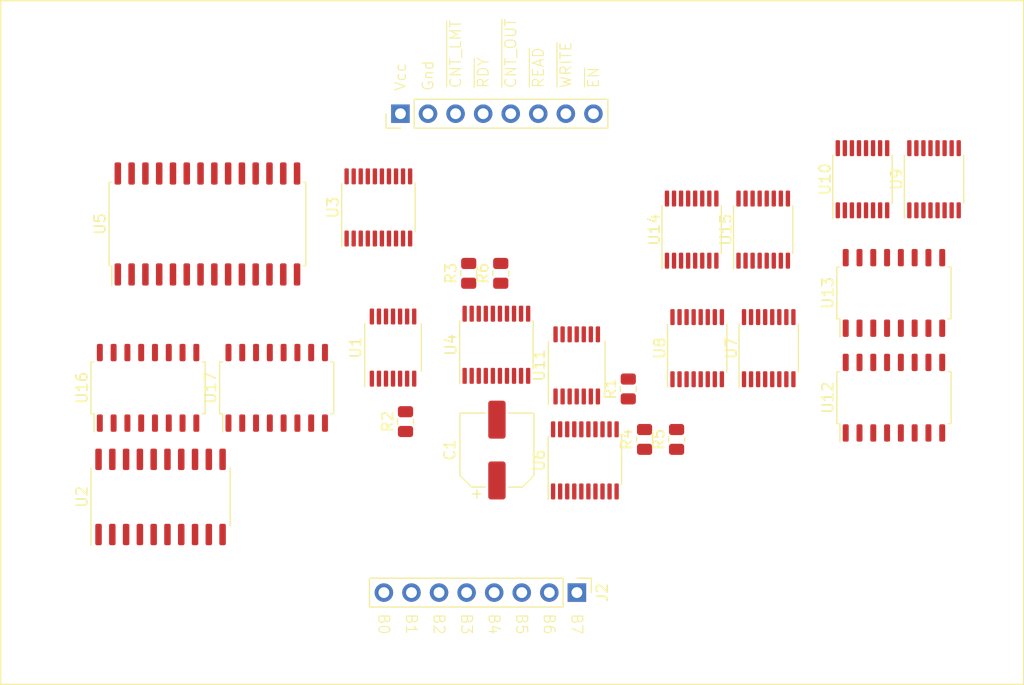
<source format=kicad_pcb>
(kicad_pcb (version 20211014) (generator pcbnew)
  (layers (0 "F.Cu" signal) (31 "B.Cu" signal) (34 "B.Paste" user) (35 "F.Paste" user) (36 "B.SilkS" user "B.Silkscreen") (37 "F.SilkS" user "F.Silkscreen") (38 "B.Mask" user) (39 "F.Mask" user) (44 "Edge.Cuts" user))
  (net 0 "")
  (net 1 "VCC")
  (net 2 "GND")
  (net 3 "Net-(U1-Pad12)")
  (net 4 "Net-(U1-Pad10)")
  (net 5 "Net-(U1-Pad8)")
  (net 6 "Net-(U1-Pad6)")
  (net 7 "Net-(U1-Pad4)")
  (net 8 "Net-(U1-Pad2)")
  (net 14 "Net-(U11-Pad6)")
  (net 15 "Net-(U11-Pad4)")
  (net 16 "Net-(U11-Pad2)")
  (net 17 "Net-(U12-Pad9)")
  (net 18 "WRITE_ADDR_5")
  (net 19 "WRITE_ADDR_4")
  (net 20 "WRITE_ADDR_3")
  (net 21 "WRITE_ADDR_2")
  (net 22 "WRITE_ADDR_1")
  (net 23 "WRITE_ADDR_0")
  (net 24 "READ_ADDR_3")
  (net 25 "READ_ADDR_2")
  (net 26 "READ_ADDR_0")
  (net 27 "READ_ADDR_1")
  (net 28 "READ_ADDR_7")
  (net 29 "READ_ADDR_6")
  (net 30 "READ_ADDR_4")
  (net 31 "READ_ADDR_5")
  (net 32 "WRITE_ADDR_7")
  (net 33 "WRITE_ADDR_6")
  (net 35 "~{WRITE_DATA}")
  (net 36 "~{BUFFER_EN}")
  (net 37 "~{READ_DATA}")
  (net 39 "~{STATUS_COUNT_ASSERT}")
  (net 40 "BUS0")
  (net 41 "BUS1")
  (net 42 "BUS2")
  (net 43 "BUS3")
  (net 44 "BUS4")
  (net 45 "BUS5")
  (net 46 "BUS6")
  (net 47 "BUS7")
  (net 48 "COUNT_7")
  (net 49 "COUNT_6")
  (net 50 "COUNT_5")
  (net 51 "COUNT_4")
  (net 52 "COUNT_3")
  (net 53 "COUNT_2")
  (net 54 "COUNT_1")
  (net 55 "COUNT_0")
  (net 56 "IO7")
  (net 57 "IO6")
  (net 58 "IO5")
  (net 59 "IO4")
  (net 60 "IO3")
  (net 61 "IO2")
  (net 62 "IO1")
  (net 63 "IO0")
  (net 64 "~{BUFFER_SET_COUNT}")
  (net 65 "RAM_ADDR_0")
  (net 66 "RAM_ADDR_1")
  (net 67 "RAM_ADDR_2")
  (net 68 "RAM_ADDR_3")
  (net 69 "RAM_ADDR_4")
  (net 70 "RAM_ADDR_5")
  (net 71 "RAM_ADDR_6")
  (net 72 "RAM_ADDR_7")
  (net 73 "/Read Counter/~{LOAD}")
  (net 74 "/8 Bit Comparator/B7")
  (net 75 "/8 Bit Comparator/B6")
  (net 76 "/8 Bit Comparator/B5")
  (net 77 "/8 Bit Comparator/B4")
  (net 78 "/8 Bit Comparator/B3")
  (net 79 "/8 Bit Comparator/B2")
  (net 80 "/8 Bit Comparator/B1")
  (net 81 "/8 Bit Comparator/B0")
  (net 82 "~{DATA_READY}")
  (net 83 "/8 Bit Comparator/DATA_READY")
  (net 84 "Net-(U16-Pad2)")
  (net 85 "Net-(U16-Pad5)")
  (net 86 "Net-(U16-Pad6)")
  (net 87 "Net-(U16-Pad7)")
  (net 90 "Net-(U7-Pad15)")
  (net 92 "Net-(U10-Pad10)")
  (footprint "Package_SO:TSSOP-20_4.4x6.5mm_P0.65mm" (layer "F.Cu") (at 153.112 95.71 90)
    (fp_text reference "U4" (at 0 -4.2 90) (layer "F.SilkS"))
    (fp_text value "74HC245")
    (pad "1" smd roundrect locked (at -2.8625 -2.925 90) (size 1.475 0.4) (layers "F.Cu" "F.Paste" "F.Mask") (net 1 "VCC"))
    (pad "2" smd roundrect locked (at -2.8625 -2.275 90) (size 1.475 0.4) (layers "F.Cu" "F.Paste" "F.Mask") (net 63 "IO0"))
    (pad "3" smd roundrect locked (at -2.8625 -1.625 90) (size 1.475 0.4) (layers "F.Cu" "F.Paste" "F.Mask") (net 62 "IO1"))
    (pad "4" smd roundrect locked (at -2.8625 -0.975 90) (size 1.475 0.4) (layers "F.Cu" "F.Paste" "F.Mask") (net 61 "IO2"))
    (pad "5" smd roundrect locked (at -2.8625 -0.325 90) (size 1.475 0.4) (layers "F.Cu" "F.Paste" "F.Mask") (net 60 "IO3"))
    (pad "6" smd roundrect locked (at -2.8625 0.325 90) (size 1.475 0.4) (layers "F.Cu" "F.Paste" "F.Mask") (net 59 "IO4"))
    (pad "7" smd roundrect locked (at -2.8625 0.975 90) (size 1.475 0.4) (layers "F.Cu" "F.Paste" "F.Mask") (net 58 "IO5"))
    (pad "8" smd roundrect locked (at -2.8625 1.625 90) (size 1.475 0.4) (layers "F.Cu" "F.Paste" "F.Mask") (net 57 "IO6"))
    (pad "9" smd roundrect locked (at -2.8625 2.275 90) (size 1.475 0.4) (layers "F.Cu" "F.Paste" "F.Mask") (net 56 "IO7"))
    (pad "10" smd roundrect locked (at -2.8625 2.925 90) (size 1.475 0.4) (layers "F.Cu" "F.Paste" "F.Mask") (net 2 "GND"))
    (pad "11" smd roundrect locked (at 2.8625 2.925 90) (size 1.475 0.4) (layers "F.Cu" "F.Paste" "F.Mask") (net 47 "BUS7"))
    (pad "12" smd roundrect locked (at 2.8625 2.275 90) (size 1.475 0.4) (layers "F.Cu" "F.Paste" "F.Mask") (net 46 "BUS6"))
    (pad "13" smd roundrect locked (at 2.8625 1.625 90) (size 1.475 0.4) (layers "F.Cu" "F.Paste" "F.Mask") (net 45 "BUS5"))
    (pad "14" smd roundrect locked (at 2.8625 0.975 90) (size 1.475 0.4) (layers "F.Cu" "F.Paste" "F.Mask") (net 44 "BUS4"))
    (pad "15" smd roundrect locked (at 2.8625 0.325 90) (size 1.475 0.4) (layers "F.Cu" "F.Paste" "F.Mask") (net 43 "BUS3"))
    (pad "16" smd roundrect locked (at 2.8625 -0.325 90) (size 1.475 0.4) (layers "F.Cu" "F.Paste" "F.Mask") (net 42 "BUS2"))
    (pad "17" smd roundrect locked (at 2.8625 -0.975 90) (size 1.475 0.4) (layers "F.Cu" "F.Paste" "F.Mask") (net 41 "BUS1"))
    (pad "18" smd roundrect locked (at 2.8625 -1.625 90) (size 1.475 0.4) (layers "F.Cu" "F.Paste" "F.Mask") (net 40 "BUS0"))
    (pad "19" smd roundrect locked (at 2.8625 -2.275 90) (size 1.475 0.4) (layers "F.Cu" "F.Paste" "F.Mask") (net 35 "~{WRITE_DATA}"))
    (pad "20" smd roundrect locked (at 2.8625 -2.925 90) (size 1.475 0.4) (layers "F.Cu" "F.Paste" "F.Mask") (net 1 "VCC"))
  )
  (footprint "Package_SO:TSSOP-14_4.4x5mm_P0.65mm" (layer "F.Cu") (at 143.59 95.968 90)
    (fp_text reference "U1" (at 0 -3.45 90) (layer "F.SilkS"))
    (fp_text value "74LS04")
    (pad "1" smd roundrect locked (at -2.8625 -1.95 90) (size 1.475 0.4) (layers "F.Cu" "F.Paste" "F.Mask") (net 26 "READ_ADDR_0"))
    (pad "2" smd roundrect locked (at -2.8625 -1.3 90) (size 1.475 0.4) (layers "F.Cu" "F.Paste" "F.Mask") (net 8 "Net-(U1-Pad2)"))
    (pad "3" smd roundrect locked (at -2.8625 -0.65 90) (size 1.475 0.4) (layers "F.Cu" "F.Paste" "F.Mask") (net 27 "READ_ADDR_1"))
    (pad "4" smd roundrect locked (at -2.8625 0 90) (size 1.475 0.4) (layers "F.Cu" "F.Paste" "F.Mask") (net 7 "Net-(U1-Pad4)"))
    (pad "5" smd roundrect locked (at -2.8625 0.65 90) (size 1.475 0.4) (layers "F.Cu" "F.Paste" "F.Mask") (net 35 "~{WRITE_DATA}"))
    (pad "6" smd roundrect locked (at -2.8625 1.3 90) (size 1.475 0.4) (layers "F.Cu" "F.Paste" "F.Mask") (net 6 "Net-(U1-Pad6)"))
    (pad "7" smd roundrect locked (at -2.8625 1.95 90) (size 1.475 0.4) (layers "F.Cu" "F.Paste" "F.Mask") (net 2 "GND"))
    (pad "8" smd roundrect locked (at 2.8625 1.95 90) (size 1.475 0.4) (layers "F.Cu" "F.Paste" "F.Mask") (net 5 "Net-(U1-Pad8)"))
    (pad "9" smd roundrect locked (at 2.8625 1.3 90) (size 1.475 0.4) (layers "F.Cu" "F.Paste" "F.Mask") (net 24 "READ_ADDR_3"))
    (pad "10" smd roundrect locked (at 2.8625 0.65 90) (size 1.475 0.4) (layers "F.Cu" "F.Paste" "F.Mask") (net 4 "Net-(U1-Pad10)"))
    (pad "11" smd roundrect locked (at 2.8625 0 90) (size 1.475 0.4) (layers "F.Cu" "F.Paste" "F.Mask") (net 30 "READ_ADDR_4"))
    (pad "12" smd roundrect locked (at 2.8625 -0.65 90) (size 1.475 0.4) (layers "F.Cu" "F.Paste" "F.Mask") (net 3 "Net-(U1-Pad12)"))
    (pad "13" smd roundrect locked (at 2.8625 -1.3 90) (size 1.475 0.4) (layers "F.Cu" "F.Paste" "F.Mask") (net 31 "READ_ADDR_5"))
    (pad "14" smd roundrect locked (at 2.8625 -1.95 90) (size 1.475 0.4) (layers "F.Cu" "F.Paste" "F.Mask") (net 1 "VCC"))
  )
  (footprint "Package_SO:TSSOP-20_4.4x6.5mm_P0.65mm" (layer "F.Cu") (at 142.24 83.058 90)
    (fp_text reference "U3" (at 0 -4.2 90) (layer "F.SilkS"))
    (fp_text value "74HC245")
    (pad "1" smd roundrect locked (at -2.8625 -2.925 90) (size 1.475 0.4) (layers "F.Cu" "F.Paste" "F.Mask") (net 1 "VCC"))
    (pad "2" smd roundrect locked (at -2.8625 -2.275 90) (size 1.475 0.4) (layers "F.Cu" "F.Paste" "F.Mask") (net 55 "COUNT_0"))
    (pad "3" smd roundrect locked (at -2.8625 -1.625 90) (size 1.475 0.4) (layers "F.Cu" "F.Paste" "F.Mask") (net 54 "COUNT_1"))
    (pad "4" smd roundrect locked (at -2.8625 -0.975 90) (size 1.475 0.4) (layers "F.Cu" "F.Paste" "F.Mask") (net 53 "COUNT_2"))
    (pad "5" smd roundrect locked (at -2.8625 -0.325 90) (size 1.475 0.4) (layers "F.Cu" "F.Paste" "F.Mask") (net 52 "COUNT_3"))
    (pad "6" smd roundrect locked (at -2.8625 0.325 90) (size 1.475 0.4) (layers "F.Cu" "F.Paste" "F.Mask") (net 51 "COUNT_4"))
    (pad "7" smd roundrect locked (at -2.8625 0.975 90) (size 1.475 0.4) (layers "F.Cu" "F.Paste" "F.Mask") (net 50 "COUNT_5"))
    (pad "8" smd roundrect locked (at -2.8625 1.625 90) (size 1.475 0.4) (layers "F.Cu" "F.Paste" "F.Mask") (net 49 "COUNT_6"))
    (pad "9" smd roundrect locked (at -2.8625 2.275 90) (size 1.475 0.4) (layers "F.Cu" "F.Paste" "F.Mask") (net 48 "COUNT_7"))
    (pad "10" smd roundrect locked (at -2.8625 2.925 90) (size 1.475 0.4) (layers "F.Cu" "F.Paste" "F.Mask") (net 2 "GND"))
    (pad "11" smd roundrect locked (at 2.8625 2.925 90) (size 1.475 0.4) (layers "F.Cu" "F.Paste" "F.Mask") (net 47 "BUS7"))
    (pad "12" smd roundrect locked (at 2.8625 2.275 90) (size 1.475 0.4) (layers "F.Cu" "F.Paste" "F.Mask") (net 46 "BUS6"))
    (pad "13" smd roundrect locked (at 2.8625 1.625 90) (size 1.475 0.4) (layers "F.Cu" "F.Paste" "F.Mask") (net 45 "BUS5"))
    (pad "14" smd roundrect locked (at 2.8625 0.975 90) (size 1.475 0.4) (layers "F.Cu" "F.Paste" "F.Mask") (net 44 "BUS4"))
    (pad "15" smd roundrect locked (at 2.8625 0.325 90) (size 1.475 0.4) (layers "F.Cu" "F.Paste" "F.Mask") (net 43 "BUS3"))
    (pad "16" smd roundrect locked (at 2.8625 -0.325 90) (size 1.475 0.4) (layers "F.Cu" "F.Paste" "F.Mask") (net 42 "BUS2"))
    (pad "17" smd roundrect locked (at 2.8625 -0.975 90) (size 1.475 0.4) (layers "F.Cu" "F.Paste" "F.Mask") (net 41 "BUS1"))
    (pad "18" smd roundrect locked (at 2.8625 -1.625 90) (size 1.475 0.4) (layers "F.Cu" "F.Paste" "F.Mask") (net 40 "BUS0"))
    (pad "19" smd roundrect locked (at 2.8625 -2.275 90) (size 1.475 0.4) (layers "F.Cu" "F.Paste" "F.Mask") (net 39 "~{STATUS_COUNT_ASSERT}"))
    (pad "20" smd roundrect locked (at 2.8625 -2.925 90) (size 1.475 0.4) (layers "F.Cu" "F.Paste" "F.Mask") (net 1 "VCC"))
  )
  (footprint "Package_SO:TSSOP-16_4.4x5mm_P0.65mm" (layer "F.Cu") (at 193.428 80.46 90)
    (fp_text reference "U9" (at 0 -3.45 90) (layer "F.SilkS"))
    (fp_text value "74LS161")
    (pad "1" smd roundrect locked (at -2.8625 -2.275 90) (size 1.475 0.4) (layers "F.Cu" "F.Paste" "F.Mask") (net 1 "VCC"))
    (pad "2" smd roundrect locked (at -2.8625 -1.625 90) (size 1.475 0.4) (layers "F.Cu" "F.Paste" "F.Mask") (net 35 "~{WRITE_DATA}"))
    (pad "3" smd roundrect locked (at -2.8625 -0.975 90) (size 1.475 0.4) (layers "F.Cu" "F.Paste" "F.Mask") (net 2 "GND"))
    (pad "4" smd roundrect locked (at -2.8625 -0.325 90) (size 1.475 0.4) (layers "F.Cu" "F.Paste" "F.Mask") (net 2 "GND"))
    (pad "5" smd roundrect locked (at -2.8625 0.325 90) (size 1.475 0.4) (layers "F.Cu" "F.Paste" "F.Mask") (net 2 "GND"))
    (pad "6" smd roundrect locked (at -2.8625 0.975 90) (size 1.475 0.4) (layers "F.Cu" "F.Paste" "F.Mask") (net 2 "GND"))
    (pad "7" smd roundrect locked (at -2.8625 1.625 90) (size 1.475 0.4) (layers "F.Cu" "F.Paste" "F.Mask") (net 1 "VCC"))
    (pad "8" smd roundrect locked (at -2.8625 2.275 90) (size 1.475 0.4) (layers "F.Cu" "F.Paste" "F.Mask") (net 2 "GND"))
    (pad "9" smd roundrect locked (at 2.8625 2.275 90) (size 1.475 0.4) (layers "F.Cu" "F.Paste" "F.Mask") (net 73 "/Read Counter/~{LOAD}"))
    (pad "10" smd roundrect locked (at 2.8625 1.625 90) (size 1.475 0.4) (layers "F.Cu" "F.Paste" "F.Mask") (net 1 "VCC"))
    (pad "11" smd roundrect locked (at 2.8625 0.975 90) (size 1.475 0.4) (layers "F.Cu" "F.Paste" "F.Mask") (net 20 "WRITE_ADDR_3"))
    (pad "12" smd roundrect locked (at 2.8625 0.325 90) (size 1.475 0.4) (layers "F.Cu" "F.Paste" "F.Mask") (net 21 "WRITE_ADDR_2"))
    (pad "13" smd roundrect locked (at 2.8625 -0.325 90) (size 1.475 0.4) (layers "F.Cu" "F.Paste" "F.Mask") (net 22 "WRITE_ADDR_1"))
    (pad "14" smd roundrect locked (at 2.8625 -0.975 90) (size 1.475 0.4) (layers "F.Cu" "F.Paste" "F.Mask") (net 23 "WRITE_ADDR_0"))
    (pad "15" smd roundrect locked (at 2.8625 -1.625 90) (size 1.475 0.4) (layers "F.Cu" "F.Paste" "F.Mask") (net 92 "Net-(U10-Pad10)"))
    (pad "16" smd roundrect locked (at 2.8625 -2.275 90) (size 1.475 0.4) (layers "F.Cu" "F.Paste" "F.Mask") (net 1 "VCC"))
  )
  (footprint "Connector_PinHeader_2.54mm:PinHeader_1x08_P2.54mm_Vertical" (layer "F.Cu") (at 160.528 118.54 -90)
    (fp_text reference "J2" (at 0 -2.33 90) (layer "F.SilkS"))
    (fp_text value "Conn_01x08")
    (pad "1" thru_hole rect locked (at 0 0 270) (size 1.7 1.7) (drill 1) (layers *.Cu *.Mask) (net 47 "BUS7"))
    (pad "2" thru_hole oval locked (at 0 2.54 270) (size 1.7 1.7) (drill 1) (layers *.Cu *.Mask) (net 46 "BUS6"))
    (pad "3" thru_hole oval locked (at 0 5.08 270) (size 1.7 1.7) (drill 1) (layers *.Cu *.Mask) (net 45 "BUS5"))
    (pad "4" thru_hole oval locked (at 0 7.62 270) (size 1.7 1.7) (drill 1) (layers *.Cu *.Mask) (net 44 "BUS4"))
    (pad "5" thru_hole oval locked (at 0 10.16 270) (size 1.7 1.7) (drill 1) (layers *.Cu *.Mask) (net 43 "BUS3"))
    (pad "6" thru_hole oval locked (at 0 12.7 270) (size 1.7 1.7) (drill 1) (layers *.Cu *.Mask) (net 42 "BUS2"))
    (pad "7" thru_hole oval locked (at 0 15.24 270) (size 1.7 1.7) (drill 1) (layers *.Cu *.Mask) (net 41 "BUS1"))
    (pad "8" thru_hole oval locked (at 0 17.78 270) (size 1.7 1.7) (drill 1) (layers *.Cu *.Mask) (net 40 "BUS0"))
  )
  (footprint "Package_SO:SOIC-16_4.55x10.3mm_P1.27mm" (layer "F.Cu") (at 189.738 90.934 90)
    (fp_text reference "U13" (at 0 -6.1 90) (layer "F.SilkS"))
    (fp_text value "74LS283")
    (pad "1" smd roundrect locked (at -3.25 -4.445 90) (size 1.6 0.55) (layers "F.Cu" "F.Paste" "F.Mask") (net 50 "COUNT_5"))
    (pad "2" smd roundrect locked (at -3.25 -3.175 90) (size 1.6 0.55) (layers "F.Cu" "F.Paste" "F.Mask") (net 3 "Net-(U1-Pad12)"))
    (pad "3" smd roundrect locked (at -3.25 -1.905 90) (size 1.6 0.55) (layers "F.Cu" "F.Paste" "F.Mask") (net 18 "WRITE_ADDR_5"))
    (pad "4" smd roundrect locked (at -3.25 -0.635 90) (size 1.6 0.55) (layers "F.Cu" "F.Paste" "F.Mask") (net 51 "COUNT_4"))
    (pad "5" smd roundrect locked (at -3.25 0.635 90) (size 1.6 0.55) (layers "F.Cu" "F.Paste" "F.Mask") (net 19 "WRITE_ADDR_4"))
    (pad "6" smd roundrect locked (at -3.25 1.905 90) (size 1.6 0.55) (layers "F.Cu" "F.Paste" "F.Mask") (net 4 "Net-(U1-Pad10)"))
    (pad "7" smd roundrect locked (at -3.25 3.175 90) (size 1.6 0.55) (layers "F.Cu" "F.Paste" "F.Mask") (net 17 "Net-(U12-Pad9)"))
    (pad "8" smd roundrect locked (at -3.25 4.445 90) (size 1.6 0.55) (layers "F.Cu" "F.Paste" "F.Mask") (net 2 "GND"))
    (pad "9" smd roundrect locked (at 3.25 4.445 90) (size 1.6 0.55) (layers "F.Cu" "F.Paste" "F.Mask"))
    (pad "10" smd roundrect locked (at 3.25 3.175 90) (size 1.6 0.55) (layers "F.Cu" "F.Paste" "F.Mask") (net 48 "COUNT_7"))
    (pad "11" smd roundrect locked (at 3.25 1.905 90) (size 1.6 0.55) (layers "F.Cu" "F.Paste" "F.Mask") (net 15 "Net-(U11-Pad4)"))
    (pad "12" smd roundrect locked (at 3.25 0.635 90) (size 1.6 0.55) (layers "F.Cu" "F.Paste" "F.Mask") (net 32 "WRITE_ADDR_7"))
    (pad "13" smd roundrect locked (at 3.25 -0.635 90) (size 1.6 0.55) (layers "F.Cu" "F.Paste" "F.Mask") (net 49 "COUNT_6"))
    (pad "14" smd roundrect locked (at 3.25 -1.905 90) (size 1.6 0.55) (layers "F.Cu" "F.Paste" "F.Mask") (net 33 "WRITE_ADDR_6"))
    (pad "15" smd roundrect locked (at 3.25 -3.175 90) (size 1.6 0.55) (layers "F.Cu" "F.Paste" "F.Mask") (net 16 "Net-(U11-Pad2)"))
    (pad "16" smd roundrect locked (at 3.25 -4.445 90) (size 1.6 0.55) (layers "F.Cu" "F.Paste" "F.Mask") (net 1 "VCC"))
  )
  (footprint "Package_SO:TSSOP-16_4.4x5mm_P0.65mm" (layer "F.Cu") (at 178.199 96.0225 90)
    (fp_text reference "U7" (at 0 -3.45 90) (layer "F.SilkS"))
    (fp_text value "74LS161")
    (pad "1" smd roundrect locked (at -2.8625 -2.275 90) (size 1.475 0.4) (layers "F.Cu" "F.Paste" "F.Mask") (net 1 "VCC"))
    (pad "2" smd roundrect locked (at -2.8625 -1.625 90) (size 1.475 0.4) (layers "F.Cu" "F.Paste" "F.Mask") (net 37 "~{READ_DATA}"))
    (pad "3" smd roundrect locked (at -2.8625 -0.975 90) (size 1.475 0.4) (layers "F.Cu" "F.Paste" "F.Mask") (net 2 "GND"))
    (pad "4" smd roundrect locked (at -2.8625 -0.325 90) (size 1.475 0.4) (layers "F.Cu" "F.Paste" "F.Mask") (net 2 "GND"))
    (pad "5" smd roundrect locked (at -2.8625 0.325 90) (size 1.475 0.4) (layers "F.Cu" "F.Paste" "F.Mask") (net 2 "GND"))
    (pad "6" smd roundrect locked (at -2.8625 0.975 90) (size 1.475 0.4) (layers "F.Cu" "F.Paste" "F.Mask") (net 2 "GND"))
    (pad "7" smd roundrect locked (at -2.8625 1.625 90) (size 1.475 0.4) (layers "F.Cu" "F.Paste" "F.Mask") (net 1 "VCC"))
    (pad "8" smd roundrect locked (at -2.8625 2.275 90) (size 1.475 0.4) (layers "F.Cu" "F.Paste" "F.Mask") (net 2 "GND"))
    (pad "9" smd roundrect locked (at 2.8625 2.275 90) (size 1.475 0.4) (layers "F.Cu" "F.Paste" "F.Mask") (net 73 "/Read Counter/~{LOAD}"))
    (pad "10" smd roundrect locked (at 2.8625 1.625 90) (size 1.475 0.4) (layers "F.Cu" "F.Paste" "F.Mask") (net 1 "VCC"))
    (pad "11" smd roundrect locked (at 2.8625 0.975 90) (size 1.475 0.4) (layers "F.Cu" "F.Paste" "F.Mask") (net 24 "READ_ADDR_3"))
    (pad "12" smd roundrect locked (at 2.8625 0.325 90) (size 1.475 0.4) (layers "F.Cu" "F.Paste" "F.Mask") (net 25 "READ_ADDR_2"))
    (pad "13" smd roundrect locked (at 2.8625 -0.325 90) (size 1.475 0.4) (layers "F.Cu" "F.Paste" "F.Mask") (net 27 "READ_ADDR_1"))
    (pad "14" smd roundrect locked (at 2.8625 -0.975 90) (size 1.475 0.4) (layers "F.Cu" "F.Paste" "F.Mask") (net 26 "READ_ADDR_0"))
    (pad "15" smd roundrect locked (at 2.8625 -1.625 90) (size 1.475 0.4) (layers "F.Cu" "F.Paste" "F.Mask") (net 90 "Net-(U7-Pad15)"))
    (pad "16" smd roundrect locked (at 2.8625 -2.275 90) (size 1.475 0.4) (layers "F.Cu" "F.Paste" "F.Mask") (net 1 "VCC"))
  )
  (footprint "Resistor_SMD:R_0805_2012Metric" (layer "F.Cu") (at 144.74 102.788 90)
    (fp_text reference "R2" (at 0 -1.65 90) (layer "F.SilkS"))
    (fp_text value "R_US")
    (pad "1" smd roundrect locked (at -0.9125 0 90) (size 1.025 1.4) (layers "F.Cu" "F.Paste" "F.Mask") (roundrect_rratio 0.243902) (net 1 "VCC"))
    (pad "2" smd roundrect locked (at 0.9125 0 90) (size 1.025 1.4) (layers "F.Cu" "F.Paste" "F.Mask") (roundrect_rratio 0.243902) (net 35 "~{WRITE_DATA}"))
  )
  (footprint "Package_SO:SOIC-16_4.55x10.3mm_P1.27mm" (layer "F.Cu") (at 121.024 99.678 90)
    (fp_text reference "U16" (at 0 -6.1 90) (layer "F.SilkS"))
    (fp_text value "74LS85")
    (pad "1" smd roundrect locked (at -3.25 -4.445 90) (size 1.6 0.55) (layers "F.Cu" "F.Paste" "F.Mask") (net 78 "/8 Bit Comparator/B3"))
    (pad "2" smd roundrect locked (at -3.25 -3.175 90) (size 1.6 0.55) (layers "F.Cu" "F.Paste" "F.Mask") (net 84 "Net-(U16-Pad2)"))
    (pad "3" smd roundrect locked (at -3.25 -1.905 90) (size 1.6 0.55) (layers "F.Cu" "F.Paste" "F.Mask") (net 84 "Net-(U16-Pad2)"))
    (pad "4" smd roundrect locked (at -3.25 -0.635 90) (size 1.6 0.55) (layers "F.Cu" "F.Paste" "F.Mask") (net 84 "Net-(U16-Pad2)"))
    (pad "5" smd roundrect locked (at -3.25 0.635 90) (size 1.6 0.55) (layers "F.Cu" "F.Paste" "F.Mask") (net 85 "Net-(U16-Pad5)"))
    (pad "6" smd roundrect locked (at -3.25 1.905 90) (size 1.6 0.55) (layers "F.Cu" "F.Paste" "F.Mask") (net 86 "Net-(U16-Pad6)"))
    (pad "7" smd roundrect locked (at -3.25 3.175 90) (size 1.6 0.55) (layers "F.Cu" "F.Paste" "F.Mask") (net 87 "Net-(U16-Pad7)"))
    (pad "8" smd roundrect locked (at -3.25 4.445 90) (size 1.6 0.55) (layers "F.Cu" "F.Paste" "F.Mask") (net 2 "GND"))
    (pad "9" smd roundrect locked (at 3.25 4.445 90) (size 1.6 0.55) (layers "F.Cu" "F.Paste" "F.Mask") (net 81 "/8 Bit Comparator/B0"))
    (pad "10" smd roundrect locked (at 3.25 3.175 90) (size 1.6 0.55) (layers "F.Cu" "F.Paste" "F.Mask") (net 55 "COUNT_0"))
    (pad "11" smd roundrect locked (at 3.25 1.905 90) (size 1.6 0.55) (layers "F.Cu" "F.Paste" "F.Mask") (net 80 "/8 Bit Comparator/B1"))
    (pad "12" smd roundrect locked (at 3.25 0.635 90) (size 1.6 0.55) (layers "F.Cu" "F.Paste" "F.Mask") (net 54 "COUNT_1"))
    (pad "13" smd roundrect locked (at 3.25 -0.635 90) (size 1.6 0.55) (layers "F.Cu" "F.Paste" "F.Mask") (net 53 "COUNT_2"))
    (pad "14" smd roundrect locked (at 3.25 -1.905 90) (size 1.6 0.55) (layers "F.Cu" "F.Paste" "F.Mask") (net 79 "/8 Bit Comparator/B2"))
    (pad "15" smd roundrect locked (at 3.25 -3.175 90) (size 1.6 0.55) (layers "F.Cu" "F.Paste" "F.Mask") (net 52 "COUNT_3"))
    (pad "16" smd roundrect locked (at 3.25 -4.445 90) (size 1.6 0.55) (layers "F.Cu" "F.Paste" "F.Mask") (net 1 "VCC"))
  )
  (footprint "Package_SO:TSSOP-16_4.4x5mm_P0.65mm" (layer "F.Cu") (at 171.609 96.0225 90)
    (fp_text reference "U8" (at 0 -3.45 90) (layer "F.SilkS"))
    (fp_text value "74LS161")
    (pad "1" smd roundrect locked (at -2.8625 -2.275 90) (size 1.475 0.4) (layers "F.Cu" "F.Paste" "F.Mask") (net 1 "VCC"))
    (pad "2" smd roundrect locked (at -2.8625 -1.625 90) (size 1.475 0.4) (layers "F.Cu" "F.Paste" "F.Mask") (net 37 "~{READ_DATA}"))
    (pad "3" smd roundrect locked (at -2.8625 -0.975 90) (size 1.475 0.4) (layers "F.Cu" "F.Paste" "F.Mask") (net 2 "GND"))
    (pad "4" smd roundrect locked (at -2.8625 -0.325 90) (size 1.475 0.4) (layers "F.Cu" "F.Paste" "F.Mask") (net 2 "GND"))
    (pad "5" smd roundrect locked (at -2.8625 0.325 90) (size 1.475 0.4) (layers "F.Cu" "F.Paste" "F.Mask") (net 2 "GND"))
    (pad "6" smd roundrect locked (at -2.8625 0.975 90) (size 1.475 0.4) (layers "F.Cu" "F.Paste" "F.Mask") (net 2 "GND"))
    (pad "7" smd roundrect locked (at -2.8625 1.625 90) (size 1.475 0.4) (layers "F.Cu" "F.Paste" "F.Mask") (net 1 "VCC"))
    (pad "8" smd roundrect locked (at -2.8625 2.275 90) (size 1.475 0.4) (layers "F.Cu" "F.Paste" "F.Mask") (net 2 "GND"))
    (pad "9" smd roundrect locked (at 2.8625 2.275 90) (size 1.475 0.4) (layers "F.Cu" "F.Paste" "F.Mask") (net 73 "/Read Counter/~{LOAD}"))
    (pad "10" smd roundrect locked (at 2.8625 1.625 90) (size 1.475 0.4) (layers "F.Cu" "F.Paste" "F.Mask") (net 90 "Net-(U7-Pad15)"))
    (pad "11" smd roundrect locked (at 2.8625 0.975 90) (size 1.475 0.4) (layers "F.Cu" "F.Paste" "F.Mask") (net 28 "READ_ADDR_7"))
    (pad "12" smd roundrect locked (at 2.8625 0.325 90) (size 1.475 0.4) (layers "F.Cu" "F.Paste" "F.Mask") (net 29 "READ_ADDR_6"))
    (pad "13" smd roundrect locked (at 2.8625 -0.325 90) (size 1.475 0.4) (layers "F.Cu" "F.Paste" "F.Mask") (net 31 "READ_ADDR_5"))
    (pad "14" smd roundrect locked (at 2.8625 -0.975 90) (size 1.475 0.4) (layers "F.Cu" "F.Paste" "F.Mask") (net 30 "READ_ADDR_4"))
    (pad "15" smd roundrect locked (at 2.8625 -1.625 90) (size 1.475 0.4) (layers "F.Cu" "F.Paste" "F.Mask"))
    (pad "16" smd roundrect locked (at 2.8625 -2.275 90) (size 1.475 0.4) (layers "F.Cu" "F.Paste" "F.Mask") (net 1 "VCC"))
  )
  (footprint "Resistor_SMD:R_0805_2012Metric" (layer "F.Cu") (at 150.562 89.13 90)
    (fp_text reference "R3" (at 0 -1.65 90) (layer "F.SilkS"))
    (fp_text value "R_US")
    (pad "1" smd roundrect locked (at -0.9125 0 90) (size 1.025 1.4) (layers "F.Cu" "F.Paste" "F.Mask") (roundrect_rratio 0.243902) (net 36 "~{BUFFER_EN}"))
    (pad "2" smd roundrect locked (at 0.9125 0 90) (size 1.025 1.4) (layers "F.Cu" "F.Paste" "F.Mask") (roundrect_rratio 0.243902) (net 2 "GND"))
  )
  (footprint "Package_SO:TSSOP-16_4.4x5mm_P0.65mm" (layer "F.Cu") (at 186.838 80.46 90)
    (fp_text reference "U10" (at 0 -3.45 90) (layer "F.SilkS"))
    (fp_text value "74LS161")
    (pad "1" smd roundrect locked (at -2.8625 -2.275 90) (size 1.475 0.4) (layers "F.Cu" "F.Paste" "F.Mask") (net 1 "VCC"))
    (pad "2" smd roundrect locked (at -2.8625 -1.625 90) (size 1.475 0.4) (layers "F.Cu" "F.Paste" "F.Mask") (net 35 "~{WRITE_DATA}"))
    (pad "3" smd roundrect locked (at -2.8625 -0.975 90) (size 1.475 0.4) (layers "F.Cu" "F.Paste" "F.Mask") (net 2 "GND"))
    (pad "4" smd roundrect locked (at -2.8625 -0.325 90) (size 1.475 0.4) (layers "F.Cu" "F.Paste" "F.Mask") (net 2 "GND"))
    (pad "5" smd roundrect locked (at -2.8625 0.325 90) (size 1.475 0.4) (layers "F.Cu" "F.Paste" "F.Mask") (net 2 "GND"))
    (pad "6" smd roundrect locked (at -2.8625 0.975 90) (size 1.475 0.4) (layers "F.Cu" "F.Paste" "F.Mask") (net 2 "GND"))
    (pad "7" smd roundrect locked (at -2.8625 1.625 90) (size 1.475 0.4) (layers "F.Cu" "F.Paste" "F.Mask") (net 1 "VCC"))
    (pad "8" smd roundrect locked (at -2.8625 2.275 90) (size 1.475 0.4) (layers "F.Cu" "F.Paste" "F.Mask") (net 2 "GND"))
    (pad "9" smd roundrect locked (at 2.8625 2.275 90) (size 1.475 0.4) (layers "F.Cu" "F.Paste" "F.Mask") (net 73 "/Read Counter/~{LOAD}"))
    (pad "10" smd roundrect locked (at 2.8625 1.625 90) (size 1.475 0.4) (layers "F.Cu" "F.Paste" "F.Mask") (net 92 "Net-(U10-Pad10)"))
    (pad "11" smd roundrect locked (at 2.8625 0.975 90) (size 1.475 0.4) (layers "F.Cu" "F.Paste" "F.Mask") (net 32 "WRITE_ADDR_7"))
    (pad "12" smd roundrect locked (at 2.8625 0.325 90) (size 1.475 0.4) (layers "F.Cu" "F.Paste" "F.Mask") (net 33 "WRITE_ADDR_6"))
    (pad "13" smd roundrect locked (at 2.8625 -0.325 90) (size 1.475 0.4) (layers "F.Cu" "F.Paste" "F.Mask") (net 18 "WRITE_ADDR_5"))
    (pad "14" smd roundrect locked (at 2.8625 -0.975 90) (size 1.475 0.4) (layers "F.Cu" "F.Paste" "F.Mask") (net 19 "WRITE_ADDR_4"))
    (pad "15" smd roundrect locked (at 2.8625 -1.625 90) (size 1.475 0.4) (layers "F.Cu" "F.Paste" "F.Mask"))
    (pad "16" smd roundrect locked (at 2.8625 -2.275 90) (size 1.475 0.4) (layers "F.Cu" "F.Paste" "F.Mask") (net 1 "VCC"))
  )
  (footprint "Package_SO:TSSOP-16_4.4x5mm_P0.65mm" (layer "F.Cu") (at 171.101 85.1005 90)
    (fp_text reference "U14" (at 0 -3.45 90) (layer "F.SilkS"))
    (fp_text value "74HC157PW,118")
    (pad "1" smd roundrect locked (at -2.8625 -2.275 90) (size 1.475 0.4) (layers "F.Cu" "F.Paste" "F.Mask") (net 35 "~{WRITE_DATA}"))
    (pad "2" smd roundrect locked (at -2.8625 -1.625 90) (size 1.475 0.4) (layers "F.Cu" "F.Paste" "F.Mask") (net 23 "WRITE_ADDR_0"))
    (pad "3" smd roundrect locked (at -2.8625 -0.975 90) (size 1.475 0.4) (layers "F.Cu" "F.Paste" "F.Mask") (net 26 "READ_ADDR_0"))
    (pad "4" smd roundrect locked (at -2.8625 -0.325 90) (size 1.475 0.4) (layers "F.Cu" "F.Paste" "F.Mask") (net 65 "RAM_ADDR_0"))
    (pad "5" smd roundrect locked (at -2.8625 0.325 90) (size 1.475 0.4) (layers "F.Cu" "F.Paste" "F.Mask") (net 22 "WRITE_ADDR_1"))
    (pad "6" smd roundrect locked (at -2.8625 0.975 90) (size 1.475 0.4) (layers "F.Cu" "F.Paste" "F.Mask") (net 27 "READ_ADDR_1"))
    (pad "7" smd roundrect locked (at -2.8625 1.625 90) (size 1.475 0.4) (layers "F.Cu" "F.Paste" "F.Mask") (net 66 "RAM_ADDR_1"))
    (pad "8" smd roundrect locked (at -2.8625 2.275 90) (size 1.475 0.4) (layers "F.Cu" "F.Paste" "F.Mask") (net 2 "GND"))
    (pad "9" smd roundrect locked (at 2.8625 2.275 90) (size 1.475 0.4) (layers "F.Cu" "F.Paste" "F.Mask") (net 67 "RAM_ADDR_2"))
    (pad "10" smd roundrect locked (at 2.8625 1.625 90) (size 1.475 0.4) (layers "F.Cu" "F.Paste" "F.Mask") (net 25 "READ_ADDR_2"))
    (pad "11" smd roundrect locked (at 2.8625 0.975 90) (size 1.475 0.4) (layers "F.Cu" "F.Paste" "F.Mask") (net 21 "WRITE_ADDR_2"))
    (pad "12" smd roundrect locked (at 2.8625 0.325 90) (size 1.475 0.4) (layers "F.Cu" "F.Paste" "F.Mask") (net 68 "RAM_ADDR_3"))
    (pad "13" smd roundrect locked (at 2.8625 -0.325 90) (size 1.475 0.4) (layers "F.Cu" "F.Paste" "F.Mask") (net 24 "READ_ADDR_3"))
    (pad "14" smd roundrect locked (at 2.8625 -0.975 90) (size 1.475 0.4) (layers "F.Cu" "F.Paste" "F.Mask") (net 20 "WRITE_ADDR_3"))
    (pad "15" smd roundrect locked (at 2.8625 -1.625 90) (size 1.475 0.4) (layers "F.Cu" "F.Paste" "F.Mask") (net 2 "GND"))
    (pad "16" smd roundrect locked (at 2.8625 -2.275 90) (size 1.475 0.4) (layers "F.Cu" "F.Paste" "F.Mask") (net 1 "VCC"))
  )
  (footprint "Capacitor_SMD:CP_Elec_6.3x5.9" (layer "F.Cu") (at 153.162 105.41 90)
    (fp_text reference "C1" (at 0 -4.35 90) (layer "F.SilkS"))
    (fp_text value "C")
    (pad "1" smd roundrect locked (at -2.8 0 90) (size 3.5 1.6) (layers "F.Cu" "F.Paste" "F.Mask") (roundrect_rratio 0.15625) (net 73 "/Read Counter/~{LOAD}"))
    (pad "2" smd roundrect locked (at 2.8 0 90) (size 3.5 1.6) (layers "F.Cu" "F.Paste" "F.Mask") (roundrect_rratio 0.15625) (net 2 "GND"))
  )
  (footprint "Package_SO:TSSOP-16_4.4x5mm_P0.65mm" (layer "F.Cu") (at 177.691 85.1005 90)
    (fp_text reference "U15" (at 0 -3.45 90) (layer "F.SilkS"))
    (fp_text value "74HC157PW,118")
    (pad "1" smd roundrect locked (at -2.8625 -2.275 90) (size 1.475 0.4) (layers "F.Cu" "F.Paste" "F.Mask") (net 35 "~{WRITE_DATA}"))
    (pad "2" smd roundrect locked (at -2.8625 -1.625 90) (size 1.475 0.4) (layers "F.Cu" "F.Paste" "F.Mask") (net 19 "WRITE_ADDR_4"))
    (pad "3" smd roundrect locked (at -2.8625 -0.975 90) (size 1.475 0.4) (layers "F.Cu" "F.Paste" "F.Mask") (net 30 "READ_ADDR_4"))
    (pad "4" smd roundrect locked (at -2.8625 -0.325 90) (size 1.475 0.4) (layers "F.Cu" "F.Paste" "F.Mask") (net 69 "RAM_ADDR_4"))
    (pad "5" smd roundrect locked (at -2.8625 0.325 90) (size 1.475 0.4) (layers "F.Cu" "F.Paste" "F.Mask") (net 18 "WRITE_ADDR_5"))
    (pad "6" smd roundrect locked (at -2.8625 0.975 90) (size 1.475 0.4) (layers "F.Cu" "F.Paste" "F.Mask") (net 31 "READ_ADDR_5"))
    (pad "7" smd roundrect locked (at -2.8625 1.625 90) (size 1.475 0.4) (layers "F.Cu" "F.Paste" "F.Mask") (net 70 "RAM_ADDR_5"))
    (pad "8" smd roundrect locked (at -2.8625 2.275 90) (size 1.475 0.4) (layers "F.Cu" "F.Paste" "F.Mask") (net 2 "GND"))
    (pad "9" smd roundrect locked (at 2.8625 2.275 90) (size 1.475 0.4) (layers "F.Cu" "F.Paste" "F.Mask") (net 71 "RAM_ADDR_6"))
    (pad "10" smd roundrect locked (at 2.8625 1.625 90) (size 1.475 0.4) (layers "F.Cu" "F.Paste" "F.Mask") (net 29 "READ_ADDR_6"))
    (pad "11" smd roundrect locked (at 2.8625 0.975 90) (size 1.475 0.4) (layers "F.Cu" "F.Paste" "F.Mask") (net 33 "WRITE_ADDR_6"))
    (pad "12" smd roundrect locked (at 2.8625 0.325 90) (size 1.475 0.4) (layers "F.Cu" "F.Paste" "F.Mask") (net 72 "RAM_ADDR_7"))
    (pad "13" smd roundrect locked (at 2.8625 -0.325 90) (size 1.475 0.4) (layers "F.Cu" "F.Paste" "F.Mask") (net 28 "READ_ADDR_7"))
    (pad "14" smd roundrect locked (at 2.8625 -0.975 90) (size 1.475 0.4) (layers "F.Cu" "F.Paste" "F.Mask") (net 32 "WRITE_ADDR_7"))
    (pad "15" smd roundrect locked (at 2.8625 -1.625 90) (size 1.475 0.4) (layers "F.Cu" "F.Paste" "F.Mask") (net 2 "GND"))
    (pad "16" smd roundrect locked (at 2.8625 -2.275 90) (size 1.475 0.4) (layers "F.Cu" "F.Paste" "F.Mask") (net 1 "VCC"))
  )
  (footprint "Package_SO:SOIC-16_4.55x10.3mm_P1.27mm" (layer "F.Cu") (at 132.874 99.678 90)
    (fp_text reference "U17" (at 0 -6.1 90) (layer "F.SilkS"))
    (fp_text value "74LS85")
    (pad "1" smd roundrect locked (at -3.25 -4.445 90) (size 1.6 0.55) (layers "F.Cu" "F.Paste" "F.Mask") (net 77 "/8 Bit Comparator/B4"))
    (pad "2" smd roundrect locked (at -3.25 -3.175 90) (size 1.6 0.55) (layers "F.Cu" "F.Paste" "F.Mask") (net 87 "Net-(U16-Pad7)"))
    (pad "3" smd roundrect locked (at -3.25 -1.905 90) (size 1.6 0.55) (layers "F.Cu" "F.Paste" "F.Mask") (net 86 "Net-(U16-Pad6)"))
    (pad "4" smd roundrect locked (at -3.25 -0.635 90) (size 1.6 0.55) (layers "F.Cu" "F.Paste" "F.Mask") (net 85 "Net-(U16-Pad5)"))
    (pad "5" smd roundrect locked (at -3.25 0.635 90) (size 1.6 0.55) (layers "F.Cu" "F.Paste" "F.Mask") (net 83 "/8 Bit Comparator/DATA_READY"))
    (pad "6" smd roundrect locked (at -3.25 1.905 90) (size 1.6 0.55) (layers "F.Cu" "F.Paste" "F.Mask"))
    (pad "7" smd roundrect locked (at -3.25 3.175 90) (size 1.6 0.55) (layers "F.Cu" "F.Paste" "F.Mask"))
    (pad "8" smd roundrect locked (at -3.25 4.445 90) (size 1.6 0.55) (layers "F.Cu" "F.Paste" "F.Mask") (net 2 "GND"))
    (pad "9" smd roundrect locked (at 3.25 4.445 90) (size 1.6 0.55) (layers "F.Cu" "F.Paste" "F.Mask") (net 74 "/8 Bit Comparator/B7"))
    (pad "10" smd roundrect locked (at 3.25 3.175 90) (size 1.6 0.55) (layers "F.Cu" "F.Paste" "F.Mask") (net 51 "COUNT_4"))
    (pad "11" smd roundrect locked (at 3.25 1.905 90) (size 1.6 0.55) (layers "F.Cu" "F.Paste" "F.Mask") (net 75 "/8 Bit Comparator/B6"))
    (pad "12" smd roundrect locked (at 3.25 0.635 90) (size 1.6 0.55) (layers "F.Cu" "F.Paste" "F.Mask") (net 50 "COUNT_5"))
    (pad "13" smd roundrect locked (at 3.25 -0.635 90) (size 1.6 0.55) (layers "F.Cu" "F.Paste" "F.Mask") (net 49 "COUNT_6"))
    (pad "14" smd roundrect locked (at 3.25 -1.905 90) (size 1.6 0.55) (layers "F.Cu" "F.Paste" "F.Mask") (net 76 "/8 Bit Comparator/B5"))
    (pad "15" smd roundrect locked (at 3.25 -3.175 90) (size 1.6 0.55) (layers "F.Cu" "F.Paste" "F.Mask") (net 48 "COUNT_7"))
    (pad "16" smd roundrect locked (at 3.25 -4.445 90) (size 1.6 0.55) (layers "F.Cu" "F.Paste" "F.Mask") (net 1 "VCC"))
  )
  (footprint "Resistor_SMD:R_0805_2012Metric" (layer "F.Cu") (at 165.262 99.78 90)
    (fp_text reference "R1" (at 0 -1.65 90) (layer "F.SilkS"))
    (fp_text value "R_US")
    (pad "1" smd roundrect locked (at -0.9125 0 90) (size 1.025 1.4) (layers "F.Cu" "F.Paste" "F.Mask") (roundrect_rratio 0.243902) (net 1 "VCC"))
    (pad "2" smd roundrect locked (at 0.9125 0 90) (size 1.025 1.4) (layers "F.Cu" "F.Paste" "F.Mask") (roundrect_rratio 0.243902) (net 73 "/Read Counter/~{LOAD}"))
  )
  (footprint "Resistor_SMD:R_0805_2012Metric" (layer "F.Cu") (at 166.762 104.43 90)
    (fp_text reference "R4" (at 0 -1.65 90) (layer "F.SilkS"))
    (fp_text value "R_US")
    (pad "1" smd roundrect locked (at -0.9125 0 90) (size 1.025 1.4) (layers "F.Cu" "F.Paste" "F.Mask") (roundrect_rratio 0.243902) (net 35 "~{WRITE_DATA}"))
    (pad "2" smd roundrect locked (at 0.9125 0 90) (size 1.025 1.4) (layers "F.Cu" "F.Paste" "F.Mask") (roundrect_rratio 0.243902) (net 1 "VCC"))
  )
  (footprint "Package_SO:TSSOP-14_4.4x5mm_P0.65mm" (layer "F.Cu") (at 160.512 97.61 90)
    (fp_text reference "U11" (at 0 -3.45 90) (layer "F.SilkS"))
    (fp_text value "74LS04")
    (pad "1" smd roundrect locked (at -2.8625 -1.95 90) (size 1.475 0.4) (layers "F.Cu" "F.Paste" "F.Mask") (net 29 "READ_ADDR_6"))
    (pad "2" smd roundrect locked (at -2.8625 -1.3 90) (size 1.475 0.4) (layers "F.Cu" "F.Paste" "F.Mask") (net 16 "Net-(U11-Pad2)"))
    (pad "3" smd roundrect locked (at -2.8625 -0.65 90) (size 1.475 0.4) (layers "F.Cu" "F.Paste" "F.Mask") (net 28 "READ_ADDR_7"))
    (pad "4" smd roundrect locked (at -2.8625 0 90) (size 1.475 0.4) (layers "F.Cu" "F.Paste" "F.Mask") (net 15 "Net-(U11-Pad4)"))
    (pad "5" smd roundrect locked (at -2.8625 0.65 90) (size 1.475 0.4) (layers "F.Cu" "F.Paste" "F.Mask") (net 25 "READ_ADDR_2"))
    (pad "6" smd roundrect locked (at -2.8625 1.3 90) (size 1.475 0.4) (layers "F.Cu" "F.Paste" "F.Mask") (net 14 "Net-(U11-Pad6)"))
    (pad "7" smd roundrect locked (at -2.8625 1.95 90) (size 1.475 0.4) (layers "F.Cu" "F.Paste" "F.Mask") (net 2 "GND"))
    (pad "8" smd roundrect locked (at 2.8625 1.95 90) (size 1.475 0.4) (layers "F.Cu" "F.Paste" "F.Mask") (net 82 "~{DATA_READY}"))
    (pad "9" smd roundrect locked (at 2.8625 1.3 90) (size 1.475 0.4) (layers "F.Cu" "F.Paste" "F.Mask") (net 83 "/8 Bit Comparator/DATA_READY"))
    (pad "10" smd roundrect locked (at 2.8625 0.65 90) (size 1.475 0.4) (layers "F.Cu" "F.Paste" "F.Mask"))
    (pad "11" smd roundrect locked (at 2.8625 0 90) (size 1.475 0.4) (layers "F.Cu" "F.Paste" "F.Mask"))
    (pad "12" smd roundrect locked (at 2.8625 -0.65 90) (size 1.475 0.4) (layers "F.Cu" "F.Paste" "F.Mask"))
    (pad "13" smd roundrect locked (at 2.8625 -1.3 90) (size 1.475 0.4) (layers "F.Cu" "F.Paste" "F.Mask"))
    (pad "14" smd roundrect locked (at 2.8625 -1.95 90) (size 1.475 0.4) (layers "F.Cu" "F.Paste" "F.Mask") (net 1 "VCC"))
  )
  (footprint "Package_SO:SOIC-16_4.55x10.3mm_P1.27mm" (layer "F.Cu") (at 189.738 100.584 90)
    (fp_text reference "U12" (at 0 -6.1 90) (layer "F.SilkS"))
    (fp_text value "74LS283")
    (pad "1" smd roundrect locked (at -3.25 -4.445 90) (size 1.6 0.55) (layers "F.Cu" "F.Paste" "F.Mask") (net 54 "COUNT_1"))
    (pad "2" smd roundrect locked (at -3.25 -3.175 90) (size 1.6 0.55) (layers "F.Cu" "F.Paste" "F.Mask") (net 7 "Net-(U1-Pad4)"))
    (pad "3" smd roundrect locked (at -3.25 -1.905 90) (size 1.6 0.55) (layers "F.Cu" "F.Paste" "F.Mask") (net 22 "WRITE_ADDR_1"))
    (pad "4" smd roundrect locked (at -3.25 -0.635 90) (size 1.6 0.55) (layers "F.Cu" "F.Paste" "F.Mask") (net 55 "COUNT_0"))
    (pad "5" smd roundrect locked (at -3.25 0.635 90) (size 1.6 0.55) (layers "F.Cu" "F.Paste" "F.Mask") (net 23 "WRITE_ADDR_0"))
    (pad "6" smd roundrect locked (at -3.25 1.905 90) (size 1.6 0.55) (layers "F.Cu" "F.Paste" "F.Mask") (net 8 "Net-(U1-Pad2)"))
    (pad "7" smd roundrect locked (at -3.25 3.175 90) (size 1.6 0.55) (layers "F.Cu" "F.Paste" "F.Mask") (net 1 "VCC"))
    (pad "8" smd roundrect locked (at -3.25 4.445 90) (size 1.6 0.55) (layers "F.Cu" "F.Paste" "F.Mask") (net 2 "GND"))
    (pad "9" smd roundrect locked (at 3.25 4.445 90) (size 1.6 0.55) (layers "F.Cu" "F.Paste" "F.Mask") (net 17 "Net-(U12-Pad9)"))
    (pad "10" smd roundrect locked (at 3.25 3.175 90) (size 1.6 0.55) (layers "F.Cu" "F.Paste" "F.Mask") (net 52 "COUNT_3"))
    (pad "11" smd roundrect locked (at 3.25 1.905 90) (size 1.6 0.55) (layers "F.Cu" "F.Paste" "F.Mask") (net 5 "Net-(U1-Pad8)"))
    (pad "12" smd roundrect locked (at 3.25 0.635 90) (size 1.6 0.55) (layers "F.Cu" "F.Paste" "F.Mask") (net 20 "WRITE_ADDR_3"))
    (pad "13" smd roundrect locked (at 3.25 -0.635 90) (size 1.6 0.55) (layers "F.Cu" "F.Paste" "F.Mask") (net 53 "COUNT_2"))
    (pad "14" smd roundrect locked (at 3.25 -1.905 90) (size 1.6 0.55) (layers "F.Cu" "F.Paste" "F.Mask") (net 21 "WRITE_ADDR_2"))
    (pad "15" smd roundrect locked (at 3.25 -3.175 90) (size 1.6 0.55) (layers "F.Cu" "F.Paste" "F.Mask") (net 14 "Net-(U11-Pad6)"))
    (pad "16" smd roundrect locked (at 3.25 -4.445 90) (size 1.6 0.55) (layers "F.Cu" "F.Paste" "F.Mask") (net 1 "VCC"))
  )
  (footprint "Package_SO:SO-20_5.3x12.6mm_P1.27mm" (layer "F.Cu") (at 122.174 109.728 90)
    (fp_text reference "U2" (at 0 -7.25 90) (layer "F.SilkS"))
    (fp_text value "74LS574")
    (pad "1" smd roundrect locked (at -3.4625 -5.715 90) (size 1.975 0.6) (layers "F.Cu" "F.Paste" "F.Mask") (net 2 "GND"))
    (pad "2" smd roundrect locked (at -3.4625 -4.445 90) (size 1.975 0.6) (layers "F.Cu" "F.Paste" "F.Mask") (net 40 "BUS0"))
    (pad "3" smd roundrect locked (at -3.4625 -3.175 90) (size 1.975 0.6) (layers "F.Cu" "F.Paste" "F.Mask") (net 41 "BUS1"))
    (pad "4" smd roundrect locked (at -3.4625 -1.905 90) (size 1.975 0.6) (layers "F.Cu" "F.Paste" "F.Mask") (net 42 "BUS2"))
    (pad "5" smd roundrect locked (at -3.4625 -0.635 90) (size 1.975 0.6) (layers "F.Cu" "F.Paste" "F.Mask") (net 43 "BUS3"))
    (pad "6" smd roundrect locked (at -3.4625 0.635 90) (size 1.975 0.6) (layers "F.Cu" "F.Paste" "F.Mask") (net 44 "BUS4"))
    (pad "7" smd roundrect locked (at -3.4625 1.905 90) (size 1.975 0.6) (layers "F.Cu" "F.Paste" "F.Mask") (net 45 "BUS5"))
    (pad "8" smd roundrect locked (at -3.4625 3.175 90) (size 1.975 0.6) (layers "F.Cu" "F.Paste" "F.Mask") (net 46 "BUS6"))
    (pad "9" smd roundrect locked (at -3.4625 4.445 90) (size 1.975 0.6) (layers "F.Cu" "F.Paste" "F.Mask") (net 47 "BUS7"))
    (pad "10" smd roundrect locked (at -3.4625 5.715 90) (size 1.975 0.6) (layers "F.Cu" "F.Paste" "F.Mask") (net 2 "GND"))
    (pad "11" smd roundrect locked (at 3.4625 5.715 90) (size 1.975 0.6) (layers "F.Cu" "F.Paste" "F.Mask") (net 64 "~{BUFFER_SET_COUNT}"))
    (pad "12" smd roundrect locked (at 3.4625 4.445 90) (size 1.975 0.6) (layers "F.Cu" "F.Paste" "F.Mask") (net 74 "/8 Bit Comparator/B7"))
    (pad "13" smd roundrect locked (at 3.4625 3.175 90) (size 1.975 0.6) (layers "F.Cu" "F.Paste" "F.Mask") (net 75 "/8 Bit Comparator/B6"))
    (pad "14" smd roundrect locked (at 3.4625 1.905 90) (size 1.975 0.6) (layers "F.Cu" "F.Paste" "F.Mask") (net 76 "/8 Bit Comparator/B5"))
    (pad "15" smd roundrect locked (at 3.4625 0.635 90) (size 1.975 0.6) (layers "F.Cu" "F.Paste" "F.Mask") (net 77 "/8 Bit Comparator/B4"))
    (pad "16" smd roundrect locked (at 3.4625 -0.635 90) (size 1.975 0.6) (layers "F.Cu" "F.Paste" "F.Mask") (net 78 "/8 Bit Comparator/B3"))
    (pad "17" smd roundrect locked (at 3.4625 -1.905 90) (size 1.975 0.6) (layers "F.Cu" "F.Paste" "F.Mask") (net 79 "/8 Bit Comparator/B2"))
    (pad "18" smd roundrect locked (at 3.4625 -3.175 90) (size 1.975 0.6) (layers "F.Cu" "F.Paste" "F.Mask") (net 80 "/8 Bit Comparator/B1"))
    (pad "19" smd roundrect locked (at 3.4625 -4.445 90) (size 1.975 0.6) (layers "F.Cu" "F.Paste" "F.Mask") (net 81 "/8 Bit Comparator/B0"))
    (pad "20" smd roundrect locked (at 3.4625 -5.715 90) (size 1.975 0.6) (layers "F.Cu" "F.Paste" "F.Mask") (net 1 "VCC"))
  )
  (footprint "Package_SO:TSSOP-20_4.4x6.5mm_P0.65mm" (layer "F.Cu") (at 161.262 106.36 90)
    (fp_text reference "U6" (at 0 -4.2 90) (layer "F.SilkS"))
    (fp_text value "74HC245")
    (pad "1" smd roundrect locked (at -2.8625 -2.925 90) (size 1.475 0.4) (layers "F.Cu" "F.Paste" "F.Mask") (net 2 "GND"))
    (pad "2" smd roundrect locked (at -2.8625 -2.275 90) (size 1.475 0.4) (layers "F.Cu" "F.Paste" "F.Mask") (net 63 "IO0"))
    (pad "3" smd roundrect locked (at -2.8625 -1.625 90) (size 1.475 0.4) (layers "F.Cu" "F.Paste" "F.Mask") (net 62 "IO1"))
    (pad "4" smd roundrect locked (at -2.8625 -0.975 90) (size 1.475 0.4) (layers "F.Cu" "F.Paste" "F.Mask") (net 61 "IO2"))
    (pad "5" smd roundrect locked (at -2.8625 -0.325 90) (size 1.475 0.4) (layers "F.Cu" "F.Paste" "F.Mask") (net 60 "IO3"))
    (pad "6" smd roundrect locked (at -2.8625 0.325 90) (size 1.475 0.4) (layers "F.Cu" "F.Paste" "F.Mask") (net 59 "IO4"))
    (pad "7" smd roundrect locked (at -2.8625 0.975 90) (size 1.475 0.4) (layers "F.Cu" "F.Paste" "F.Mask") (net 58 "IO5"))
    (pad "8" smd roundrect locked (at -2.8625 1.625 90) (size 1.475 0.4) (layers "F.Cu" "F.Paste" "F.Mask") (net 57 "IO6"))
    (pad "9" smd roundrect locked (at -2.8625 2.275 90) (size 1.475 0.4) (layers "F.Cu" "F.Paste" "F.Mask") (net 56 "IO7"))
    (pad "10" smd roundrect locked (at -2.8625 2.925 90) (size 1.475 0.4) (layers "F.Cu" "F.Paste" "F.Mask") (net 2 "GND"))
    (pad "11" smd roundrect locked (at 2.8625 2.925 90) (size 1.475 0.4) (layers "F.Cu" "F.Paste" "F.Mask") (net 47 "BUS7"))
    (pad "12" smd roundrect locked (at 2.8625 2.275 90) (size 1.475 0.4) (layers "F.Cu" "F.Paste" "F.Mask") (net 46 "BUS6"))
    (pad "13" smd roundrect locked (at 2.8625 1.625 90) (size 1.475 0.4) (layers "F.Cu" "F.Paste" "F.Mask") (net 45 "BUS5"))
    (pad "14" smd roundrect locked (at 2.8625 0.975 90) (size 1.475 0.4) (layers "F.Cu" "F.Paste" "F.Mask") (net 44 "BUS4"))
    (pad "15" smd roundrect locked (at 2.8625 0.325 90) (size 1.475 0.4) (layers "F.Cu" "F.Paste" "F.Mask") (net 43 "BUS3"))
    (pad "16" smd roundrect locked (at 2.8625 -0.325 90) (size 1.475 0.4) (layers "F.Cu" "F.Paste" "F.Mask") (net 42 "BUS2"))
    (pad "17" smd roundrect locked (at 2.8625 -0.975 90) (size 1.475 0.4) (layers "F.Cu" "F.Paste" "F.Mask") (net 41 "BUS1"))
    (pad "18" smd roundrect locked (at 2.8625 -1.625 90) (size 1.475 0.4) (layers "F.Cu" "F.Paste" "F.Mask") (net 40 "BUS0"))
    (pad "19" smd roundrect locked (at 2.8625 -2.275 90) (size 1.475 0.4) (layers "F.Cu" "F.Paste" "F.Mask") (net 37 "~{READ_DATA}"))
    (pad "20" smd roundrect locked (at 2.8625 -2.925 90) (size 1.475 0.4) (layers "F.Cu" "F.Paste" "F.Mask") (net 1 "VCC"))
  )
  (footprint "Connector_PinHeader_2.54mm:PinHeader_1x08_P2.54mm_Vertical" (layer "F.Cu") (at 144.272 74.422 90)
    (fp_text reference "J1" hide)
    (fp_text value "Conn_01x08")
    (pad "1" thru_hole rect locked (at 0 0 90) (size 1.7 1.7) (drill 1) (layers *.Cu *.Mask) (net 1 "VCC"))
    (pad "2" thru_hole oval locked (at 0 2.54 90) (size 1.7 1.7) (drill 1) (layers *.Cu *.Mask) (net 2 "GND"))
    (pad "3" thru_hole oval locked (at 0 5.08 90) (size 1.7 1.7) (drill 1) (layers *.Cu *.Mask) (net 64 "~{BUFFER_SET_COUNT}"))
    (pad "4" thru_hole oval locked (at 0 7.62 90) (size 1.7 1.7) (drill 1) (layers *.Cu *.Mask) (net 82 "~{DATA_READY}"))
    (pad "5" thru_hole oval locked (at 0 10.16 90) (size 1.7 1.7) (drill 1) (layers *.Cu *.Mask) (net 39 "~{STATUS_COUNT_ASSERT}"))
    (pad "6" thru_hole oval locked (at 0 12.7 90) (size 1.7 1.7) (drill 1) (layers *.Cu *.Mask) (net 37 "~{READ_DATA}"))
    (pad "7" thru_hole oval locked (at 0 15.24 90) (size 1.7 1.7) (drill 1) (layers *.Cu *.Mask) (net 35 "~{WRITE_DATA}"))
    (pad "8" thru_hole oval locked (at 0 17.78 90) (size 1.7 1.7) (drill 1) (layers *.Cu *.Mask) (net 36 "~{BUFFER_EN}"))
  )
  (footprint "Resistor_SMD:R_0805_2012Metric" (layer "F.Cu") (at 169.712 104.43 90)
    (fp_text reference "R5" (at 0 -1.65 90) (layer "F.SilkS"))
    (fp_text value "R_US")
    (pad "1" smd roundrect locked (at -0.9125 0 90) (size 1.025 1.4) (layers "F.Cu" "F.Paste" "F.Mask") (roundrect_rratio 0.243902) (net 37 "~{READ_DATA}"))
    (pad "2" smd roundrect locked (at 0.9125 0 90) (size 1.025 1.4) (layers "F.Cu" "F.Paste" "F.Mask") (roundrect_rratio 0.243902) (net 2 "GND"))
  )
  (footprint "Resistor_SMD:R_0805_2012Metric" (layer "F.Cu") (at 153.512 89.13 90)
    (fp_text reference "R6" (at 0 -1.65 90) (layer "F.SilkS"))
    (fp_text value "R_US")
    (pad "1" smd roundrect locked (at -0.9125 0 90) (size 1.025 1.4) (layers "F.Cu" "F.Paste" "F.Mask") (roundrect_rratio 0.243902) (net 1 "VCC"))
    (pad "2" smd roundrect locked (at 0.9125 0 90) (size 1.025 1.4) (layers "F.Cu" "F.Paste" "F.Mask") (roundrect_rratio 0.243902) (net 39 "~{STATUS_COUNT_ASSERT}"))
  )
  (footprint "Package_SO:SOIC-28W_7.5x17.9mm_P1.27mm" (layer "F.Cu") (at 126.492 84.582 90)
    (fp_text reference "U5" (at 0 -9.9 90) (layer "F.SilkS"))
    (fp_text value "IS61C64AL")
    (pad "1" smd roundrect locked (at -4.65 -8.255 90) (size 2.05 0.6) (layers "F.Cu" "F.Paste" "F.Mask"))
    (pad "2" smd roundrect locked (at -4.65 -6.985 90) (size 2.05 0.6) (layers "F.Cu" "F.Paste" "F.Mask") (net 2 "GND"))
    (pad "3" smd roundrect locked (at -4.65 -5.715 90) (size 2.05 0.6) (layers "F.Cu" "F.Paste" "F.Mask") (net 72 "RAM_ADDR_7"))
    (pad "4" smd roundrect locked (at -4.65 -4.445 90) (size 2.05 0.6) (layers "F.Cu" "F.Paste" "F.Mask") (net 71 "RAM_ADDR_6"))
    (pad "5" smd roundrect locked (at -4.65 -3.175 90) (size 2.05 0.6) (layers "F.Cu" "F.Paste" "F.Mask") (net 70 "RAM_ADDR_5"))
    (pad "6" smd roundrect locked (at -4.65 -1.905 90) (size 2.05 0.6) (layers "F.Cu" "F.Paste" "F.Mask") (net 69 "RAM_ADDR_4"))
    (pad "7" smd roundrect locked (at -4.65 -0.635 90) (size 2.05 0.6) (layers "F.Cu" "F.Paste" "F.Mask") (net 68 "RAM_ADDR_3"))
    (pad "8" smd roundrect locked (at -4.65 0.635 90) (size 2.05 0.6) (layers "F.Cu" "F.Paste" "F.Mask") (net 67 "RAM_ADDR_2"))
    (pad "9" smd roundrect locked (at -4.65 1.905 90) (size 2.05 0.6) (layers "F.Cu" "F.Paste" "F.Mask") (net 66 "RAM_ADDR_1"))
    (pad "10" smd roundrect locked (at -4.65 3.175 90) (size 2.05 0.6) (layers "F.Cu" "F.Paste" "F.Mask") (net 65 "RAM_ADDR_0"))
    (pad "11" smd roundrect locked (at -4.65 4.445 90) (size 2.05 0.6) (layers "F.Cu" "F.Paste" "F.Mask") (net 63 "IO0"))
    (pad "12" smd roundrect locked (at -4.65 5.715 90) (size 2.05 0.6) (layers "F.Cu" "F.Paste" "F.Mask") (net 62 "IO1"))
    (pad "13" smd roundrect locked (at -4.65 6.985 90) (size 2.05 0.6) (layers "F.Cu" "F.Paste" "F.Mask") (net 61 "IO2"))
    (pad "14" smd roundrect locked (at -4.65 8.255 90) (size 2.05 0.6) (layers "F.Cu" "F.Paste" "F.Mask") (net 2 "GND"))
    (pad "15" smd roundrect locked (at 4.65 8.255 90) (size 2.05 0.6) (layers "F.Cu" "F.Paste" "F.Mask") (net 60 "IO3"))
    (pad "16" smd roundrect locked (at 4.65 6.985 90) (size 2.05 0.6) (layers "F.Cu" "F.Paste" "F.Mask") (net 59 "IO4"))
    (pad "17" smd roundrect locked (at 4.65 5.715 90) (size 2.05 0.6) (layers "F.Cu" "F.Paste" "F.Mask") (net 58 "IO5"))
    (pad "18" smd roundrect locked (at 4.65 4.445 90) (size 2.05 0.6) (layers "F.Cu" "F.Paste" "F.Mask") (net 57 "IO6"))
    (pad "19" smd roundrect locked (at 4.65 3.175 90) (size 2.05 0.6) (layers "F.Cu" "F.Paste" "F.Mask") (net 56 "IO7"))
    (pad "20" smd roundrect locked (at 4.65 1.905 90) (size 2.05 0.6) (layers "F.Cu" "F.Paste" "F.Mask") (net 36 "~{BUFFER_EN}"))
    (pad "21" smd roundrect locked (at 4.65 0.635 90) (size 2.05 0.6) (layers "F.Cu" "F.Paste" "F.Mask") (net 2 "GND"))
    (pad "22" smd roundrect locked (at 4.65 -0.635 90) (size 2.05 0.6) (layers "F.Cu" "F.Paste" "F.Mask") (net 6 "Net-(U1-Pad6)"))
    (pad "23" smd roundrect locked (at 4.65 -1.905 90) (size 2.05 0.6) (layers "F.Cu" "F.Paste" "F.Mask") (net 2 "GND"))
    (pad "24" smd roundrect locked (at 4.65 -3.175 90) (size 2.05 0.6) (layers "F.Cu" "F.Paste" "F.Mask") (net 2 "GND"))
    (pad "25" smd roundrect locked (at 4.65 -4.445 90) (size 2.05 0.6) (layers "F.Cu" "F.Paste" "F.Mask") (net 2 "GND"))
    (pad "26" smd roundrect locked (at 4.65 -5.715 90) (size 2.05 0.6) (layers "F.Cu" "F.Paste" "F.Mask"))
    (pad "27" smd roundrect locked (at 4.65 -6.985 90) (size 2.05 0.6) (layers "F.Cu" "F.Paste" "F.Mask") (net 35 "~{WRITE_DATA}"))
    (pad "28" smd roundrect locked (at 4.65 -8.255 90) (size 2.05 0.6) (layers "F.Cu" "F.Paste" "F.Mask") (net 1 "VCC"))
  )
  (gr_rect (start 201.676 64.008) (end 107.442 127) (layer "F.SilkS") (width 0.12) (fill none))
  (gr_text "Gnd" (at 146.812 72.39 90) (layer "F.SilkS") (effects (font (size 1 1) (thickness 0.1)) (justify left)))
  (gr_text "B4" (at 152.908 120.396 270) (layer "F.SilkS") (effects (font (size 1 1) (thickness 0.1)) (justify left)))
  (gr_text "~{READ}" (at 156.972 72.136 90) (layer "F.SilkS") (effects (font (size 1 1) (thickness 0.1)) (justify left)))
  (gr_text "~{CNT_OUT}" (at 154.432 72.136 90) (layer "F.SilkS") (effects (font (size 1 1) (thickness 0.1)) (justify left)))
  (gr_text "B1" (at 145.288 120.396 270) (layer "F.SilkS") (effects (font (size 1 1) (thickness 0.1)) (justify left)))
  (gr_text "B3" (at 150.368 120.396 270) (layer "F.SilkS") (effects (font (size 1 1) (thickness 0.1)) (justify left)))
  (gr_text "B6" (at 157.988 120.396 270) (layer "F.SilkS") (effects (font (size 1 1) (thickness 0.1)) (justify left)))
  (gr_text "B5" (at 155.448 120.396 270) (layer "F.SilkS") (effects (font (size 1 1) (thickness 0.1)) (justify left)))
  (gr_text "B0" (at 142.748 120.396 270) (layer "F.SilkS") (effects (font (size 1 1) (thickness 0.1)) (justify left)))
  (gr_text "~{RDY}" (at 151.892 72.136 90) (layer "F.SilkS") (effects (font (size 1 1) (thickness 0.1)) (justify left)))
  (gr_text "Vcc" (at 144.272 72.39 90) (layer "F.SilkS") (effects (font (size 1 1) (thickness 0.1)) (justify left)))
  (gr_text "~{EN}" (at 162.052 72.136 90) (layer "F.SilkS") (effects (font (size 1 1) (thickness 0.1)) (justify left)))
  (gr_text "B7" (at 160.528 120.396 270) (layer "F.SilkS") (effects (font (size 1 1) (thickness 0.1)) (justify left)))
  (gr_text "B2" (at 147.828 120.396 270) (layer "F.SilkS") (effects (font (size 1 1) (thickness 0.1)) (justify left)))
  (gr_text "~{CNT_LMT}" (at 149.352 72.136 90) (layer "F.SilkS") (effects (font (size 1 1) (thickness 0.1)) (justify left)))
  (gr_text "~{WRITE}" (at 159.512 72.136 90) (layer "F.SilkS") (effects (font (size 1 1) (thickness 0.1)) (justify left)))
)
</source>
